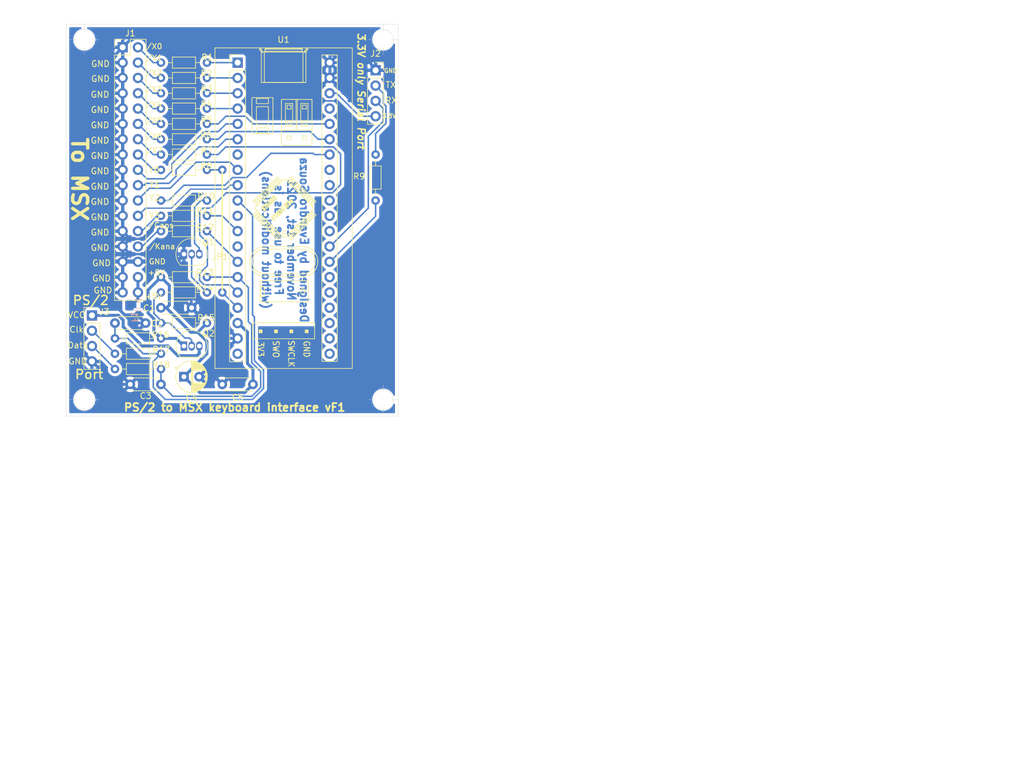
<source format=kicad_pcb>
(kicad_pcb (version 20171130) (host pcbnew 5.99.0+really5.1.10+dfsg1-1+b1)
  (layers (0 F.Cu jumper hide) (31 B.Cu mixed) (34 B.Paste user) (35 F.Paste user hide) (36 B.SilkS user) (37 F.SilkS user) (38 B.Mask user) (39 F.Mask user hide) (44 Edge.Cuts user))
  (net 0 "")
  (net 1 GNDD)
  (net 2 +5VD)
  (net 3 /X0)
  (net 4 /X1)
  (net 5 /X2)
  (net 6 /X3)
  (net 7 /X4)
  (net 8 /X5)
  (net 9 /X6)
  (net 10 /X7)
  (net 11 /PS2DataPin)
  (net 12 /PS2ClkPin)
  (net 13 /+5V_PS2_Keyboard)
  (net 14 /3.3V_Serial_RX)
  (net 15 /3.3V_Serial_TX)
  (net 16 "Net-(Q1-Pad2)")
  (net 17 "Net-(Q2-Pad2)")
  (net 18 "Net-(U1-Pad20)")
  (net 19 "Net-(U1-Pad37)")
  (net 20 "Net-(U1-Pad13)")
  (net 21 "Net-(U1-Pad32)")
  (net 22 "Net-(U1-Pad31)")
  (net 23 "Net-(U1-Pad30)")
  (net 24 "Net-(U1-Pad29)")
  (net 25 "Net-(U1-Pad26)")
  (net 26 "Net-(U1-Pad25)")
  (net 27 "Net-(U1-Pad24)")
  (net 28 "Net-(U1-Pad23)")
  (net 29 "Net-(U1-Pad22)")
  (net 30 "Net-(U1-Pad21)")
  (net 31 /Y1)
  (net 32 /Y0)
  (net 33 /CapsLed)
  (net 34 /KanaLed)
  (net 35 /Y3)
  (net 36 /Y2)
  (net 37 /PS2Clk)
  (net 38 /PS2Data)
  (net 39 /KanaL)
  (net 40 /CapsL)
  (net 41 "Net-(U1-Pad11)")
  (net 42 /X6')
  (net 43 /X7')
  (net 44 "Net-(R9-Pad2)")
  (net 45 "Net-(R10-Pad2)")
  (net 46 "Net-(JP1-Pad1)")
  (net 47 /X0')
  (net 48 /X1')
  (net 49 /X2')
  (net 50 /X3')
  (net 51 /X4')
  (net 52 /X5')
  (net 53 "Net-(Q1-Pad3)")
  (net 54 +3V3)
  (net 55 "Net-(F1-Pad2)")
  (net 56 "Net-(U1-Pad7)")
  (net 57 "Net-(U1-Pad33)")
  (module Capacitor_THT:CP_Radial_D5.0mm_P2.50mm (layer F.Cu) (at 143.51 130.81)
    (fp_text reference C4 (at 1.27508 3.48742) (layer F.SilkS))
    (fp_text value "47uF x 10V")
    (pad 2 thru_hole circle (at 2.5 0) (size 1.6 1.6) (drill 0.8) (layers *.Cu *.Mask) (net 1 GNDD))
    (pad 1 thru_hole rect (at 0 0) (size 1.6 1.6) (drill 0.8) (layers *.Cu *.Mask) (net 2 +5VD))
  )
  (module BlueBlackPill:Fuse_1206_0603_3216Metric_Pad1.42x1.75mm_HandSolder (layer B.Cu) (at 135.97382 118.96598 180)
    (fp_text reference F1 (at 0.65786 -1.91516 270 unlocked) (layer B.SilkS) (effects (justify mirror)))
    (fp_text value "Poly Fuse 300mA SMD 0603 or 1206")
    (pad 2 smd rect (at 0.57404 -0.00254 180) (size 0.45 0.95) (layers B.Cu B.Paste B.Mask) (net 55 "Net-(F1-Pad2)"))
    (pad 1 smd rect (at -0.5715 -0.00254 180) (size 0.45 0.95) (layers B.Cu B.Paste B.Mask) (net 2 +5VD))
    (pad 2 smd roundrect (at 1.4875 0 180) (size 1.425 1.75) (layers B.Cu B.Paste B.Mask) (roundrect_rratio 0.1754385964912281) (net 55 "Net-(F1-Pad2)"))
    (pad 1 smd roundrect (at -1.4875 0 180) (size 1.425 1.75) (layers B.Cu B.Paste B.Mask) (roundrect_rratio 0.1754385964912281) (net 2 +5VD))
  )
  (module Resistor_THT:R_Axial_DIN0204_L3.6mm_D1.6mm_P7.62mm_Horizontal (layer F.Cu) (at 147.32 121.92 180)
    (fp_text reference R15 (at 0.14224 0.88646) (layer F.SilkS))
    (fp_text value 150K)
    (pad 2 thru_hole oval (at 7.62 0 180) (size 1.4 1.4) (drill 0.7) (layers *.Cu *.Mask) (net 17 "Net-(Q2-Pad2)"))
    (pad 1 thru_hole circle (at 0 0 180) (size 1.4 1.4) (drill 0.7) (layers *.Cu *.Mask) (net 2 +5VD))
  )
  (module Resistor_THT:R_Axial_DIN0204_L3.6mm_D1.6mm_P7.62mm_Horizontal (layer F.Cu) (at 139.7 116.84)
    (fp_text reference R14 (at 7.2771 -0.71628) (layer F.SilkS))
    (fp_text value 33K)
    (pad 2 thru_hole oval (at 7.62 0) (size 1.4 1.4) (drill 0.7) (layers *.Cu *.Mask) (net 16 "Net-(Q1-Pad2)"))
    (pad 1 thru_hole circle (at 0 0) (size 1.4 1.4) (drill 0.7) (layers *.Cu *.Mask) (net 17 "Net-(Q2-Pad2)"))
  )
  (module Connector_PinHeader_2.54mm:PinHeader_2x17_P2.54mm_Vertical (layer F.Cu) (at 133.35 76.2)
    (fp_text reference J1 (at 1.27 -2.33) (layer F.SilkS))
    (fp_text value Conn_02x17_Odd_Even)
    (pad 34 thru_hole oval (at 2.54 40.64) (size 1.7 1.7) (drill 1) (layers *.Cu *.Mask) (net 55 "Net-(F1-Pad2)"))
    (pad 33 thru_hole oval (at 0 40.64) (size 1.7 1.7) (drill 1) (layers *.Cu *.Mask) (net 1 GNDD))
    (pad 32 thru_hole oval (at 2.54 38.1) (size 1.7 1.7) (drill 1) (layers *.Cu *.Mask) (net 55 "Net-(F1-Pad2)"))
    (pad 31 thru_hole oval (at 0 38.1) (size 1.7 1.7) (drill 1) (layers *.Cu *.Mask) (net 1 GNDD))
    (pad 30 thru_hole oval (at 2.54 35.56) (size 1.7 1.7) (drill 1) (layers *.Cu *.Mask) (net 1 GNDD))
    (pad 29 thru_hole oval (at 0 35.56) (size 1.7 1.7) (drill 1) (layers *.Cu *.Mask) (net 1 GNDD))
    (pad 28 thru_hole oval (at 2.54 33.02) (size 1.7 1.7) (drill 1) (layers *.Cu *.Mask) (net 34 /KanaLed))
    (pad 27 thru_hole oval (at 0 33.02) (size 1.7 1.7) (drill 1) (layers *.Cu *.Mask) (net 1 GNDD))
    (pad 26 thru_hole oval (at 2.54 30.48) (size 1.7 1.7) (drill 1) (layers *.Cu *.Mask) (net 33 /CapsLed))
    (pad 25 thru_hole oval (at 0 30.48) (size 1.7 1.7) (drill 1) (layers *.Cu *.Mask) (net 1 GNDD))
    (pad 24 thru_hole oval (at 2.54 27.94) (size 1.7 1.7) (drill 1) (layers *.Cu *.Mask) (net 35 /Y3))
    (pad 23 thru_hole oval (at 0 27.94) (size 1.7 1.7) (drill 1) (layers *.Cu *.Mask) (net 1 GNDD))
    (pad 22 thru_hole oval (at 2.54 25.4) (size 1.7 1.7) (drill 1) (layers *.Cu *.Mask) (net 36 /Y2))
    (pad 21 thru_hole oval (at 0 25.4) (size 1.7 1.7) (drill 1) (layers *.Cu *.Mask) (net 1 GNDD))
    (pad 20 thru_hole oval (at 2.54 22.86) (size 1.7 1.7) (drill 1) (layers *.Cu *.Mask) (net 31 /Y1))
    (pad 19 thru_hole oval (at 0 22.86) (size 1.7 1.7) (drill 1) (layers *.Cu *.Mask) (net 1 GNDD))
    (pad 18 thru_hole oval (at 2.54 20.32) (size 1.7 1.7) (drill 1) (layers *.Cu *.Mask) (net 32 /Y0))
    (pad 17 thru_hole oval (at 0 20.32) (size 1.7 1.7) (drill 1) (layers *.Cu *.Mask) (net 1 GNDD))
    (pad 16 thru_hole oval (at 2.54 17.78) (size 1.7 1.7) (drill 1) (layers *.Cu *.Mask) (net 10 /X7))
    (pad 15 thru_hole oval (at 0 17.78) (size 1.7 1.7) (drill 1) (layers *.Cu *.Mask) (net 1 GNDD))
    (pad 14 thru_hole oval (at 2.54 15.24) (size 1.7 1.7) (drill 1) (layers *.Cu *.Mask) (net 9 /X6))
    (pad 13 thru_hole oval (at 0 15.24) (size 1.7 1.7) (drill 1) (layers *.Cu *.Mask) (net 1 GNDD))
    (pad 12 thru_hole oval (at 2.54 12.7) (size 1.7 1.7) (drill 1) (layers *.Cu *.Mask) (net 8 /X5))
    (pad 11 thru_hole oval (at 0 12.7) (size 1.7 1.7) (drill 1) (layers *.Cu *.Mask) (net 1 GNDD))
    (pad 10 thru_hole oval (at 2.54 10.16) (size 1.7 1.7) (drill 1) (layers *.Cu *.Mask) (net 7 /X4))
    (pad 9 thru_hole oval (at 0 10.16) (size 1.7 1.7) (drill 1) (layers *.Cu *.Mask) (net 1 GNDD))
    (pad 8 thru_hole oval (at 2.54 7.62) (size 1.7 1.7) (drill 1) (layers *.Cu *.Mask) (net 6 /X3))
    (pad 7 thru_hole oval (at 0 7.62) (size 1.7 1.7) (drill 1) (layers *.Cu *.Mask) (net 1 GNDD))
    (pad 6 thru_hole oval (at 2.54 5.08) (size 1.7 1.7) (drill 1) (layers *.Cu *.Mask) (net 5 /X2))
    (pad 5 thru_hole oval (at 0 5.08) (size 1.7 1.7) (drill 1) (layers *.Cu *.Mask) (net 1 GNDD))
    (pad 4 thru_hole oval (at 2.54 2.54) (size 1.7 1.7) (drill 1) (layers *.Cu *.Mask) (net 4 /X1))
    (pad 3 thru_hole oval (at 0 2.54) (size 1.7 1.7) (drill 1) (layers *.Cu *.Mask) (net 1 GNDD))
    (pad 2 thru_hole oval (at 2.54 0) (size 1.7 1.7) (drill 1) (layers *.Cu *.Mask) (net 3 /X0))
    (pad 1 thru_hole rect (at 0 0) (size 1.7 1.7) (drill 1) (layers *.Cu *.Mask) (net 1 GNDD))
  )
  (module BlueBlackPill:BluePill_1 (layer F.Cu) (at 152.4 78.74)
    (fp_text reference U1 (at 7.62 -3.81) (layer F.SilkS))
    (fp_text value "STM32F103C6T6 BluePill" hide)
    (fp_text user GND (at 11.43 47.498 270 unlocked) (layer F.SilkS) (effects (font (size 1 0.9))))
    (fp_text user SWCLK (at 8.89 48.26 270 unlocked) (layer F.SilkS) (effects (font (size 1 0.9))))
    (fp_text user SWO (at 6.35 47.498 270 unlocked) (layer F.SilkS) (effects (font (size 1 0.9))))
    (fp_text user 3V3 (at 3.81 47.498 270 unlocked) (layer F.SilkS) (effects (font (size 1 0.9))))
    (pad 20 thru_hole circle (at 0 48.26) (size 1.7 1.7) (drill 1) (layers *.Cu *.Mask) (net 18 "Net-(U1-Pad20)"))
    (pad 21 thru_hole circle (at 15.24 48.26) (size 1.7 1.7) (drill 1) (layers *.Cu *.Mask) (net 30 "Net-(U1-Pad21)"))
    (pad 19 thru_hole circle (at 0 45.72) (size 1.7 1.7) (drill 1) (layers *.Cu *.Mask) (net 1 GNDD))
    (pad 22 thru_hole circle (at 15.24 45.72) (size 1.7 1.7) (drill 1) (layers *.Cu *.Mask) (net 29 "Net-(U1-Pad22)"))
    (pad 18 thru_hole circle (at 0 43.18) (size 1.7 1.7) (drill 1) (layers *.Cu *.Mask) (net 2 +5VD))
    (pad 23 thru_hole circle (at 15.24 43.18) (size 1.7 1.7) (drill 1) (layers *.Cu *.Mask) (net 28 "Net-(U1-Pad23)"))
    (pad 17 thru_hole circle (at 0 40.64) (size 1.7 1.7) (drill 1) (layers *.Cu *.Mask) (net 43 /X7'))
    (pad 24 thru_hole circle (at 15.24 40.64) (size 1.7 1.7) (drill 1) (layers *.Cu *.Mask) (net 27 "Net-(U1-Pad24)"))
    (pad 16 thru_hole circle (at 0 38.1) (size 1.7 1.7) (drill 1) (layers *.Cu *.Mask) (net 42 /X6'))
    (pad 25 thru_hole circle (at 15.24 38.1) (size 1.7 1.7) (drill 1) (layers *.Cu *.Mask) (net 26 "Net-(U1-Pad25)"))
    (pad 15 thru_hole circle (at 0 35.56) (size 1.7 1.7) (drill 1) (layers *.Cu *.Mask) (net 38 /PS2Data))
    (pad 26 thru_hole circle (at 15.24 35.56) (size 1.7 1.7) (drill 1) (layers *.Cu *.Mask) (net 25 "Net-(U1-Pad26)"))
    (pad 14 thru_hole circle (at 0 33.02) (size 1.7 1.7) (drill 1) (layers *.Cu *.Mask) (net 39 /KanaL))
    (pad 27 thru_hole circle (at 15.24 33.02) (size 1.7 1.7) (drill 1) (layers *.Cu *.Mask) (net 44 "Net-(R9-Pad2)"))
    (pad 13 thru_hole circle (at 0 30.48) (size 1.7 1.7) (drill 1) (layers *.Cu *.Mask) (net 20 "Net-(U1-Pad13)"))
    (pad 28 thru_hole circle (at 15.24 30.48) (size 1.7 1.7) (drill 1) (layers *.Cu *.Mask) (net 14 /3.3V_Serial_RX))
    (pad 12 thru_hole circle (at 0 27.94) (size 1.7 1.7) (drill 1) (layers *.Cu *.Mask) (net 40 /CapsL))
    (pad 29 thru_hole circle (at 15.24 27.94) (size 1.7 1.7) (drill 1) (layers *.Cu *.Mask) (net 24 "Net-(U1-Pad29)"))
    (pad 11 thru_hole circle (at 0 25.4) (size 1.7 1.7) (drill 1) (layers *.Cu *.Mask) (net 41 "Net-(U1-Pad11)"))
    (pad 30 thru_hole circle (at 15.24 25.4) (size 1.7 1.7) (drill 1) (layers *.Cu *.Mask) (net 23 "Net-(U1-Pad30)"))
    (pad 10 thru_hole circle (at 0 22.86) (size 1.7 1.7) (drill 1) (layers *.Cu *.Mask) (net 37 /PS2Clk))
    (pad 31 thru_hole circle (at 15.24 22.86) (size 1.7 1.7) (drill 1) (layers *.Cu *.Mask) (net 22 "Net-(U1-Pad31)"))
    (pad 9 thru_hole circle (at 0 20.32) (size 1.7 1.7) (drill 1) (layers *.Cu *.Mask) (net 35 /Y3))
    (pad 32 thru_hole circle (at 15.24 20.32) (size 1.7 1.7) (drill 1) (layers *.Cu *.Mask) (net 21 "Net-(U1-Pad32)"))
    (pad 8 thru_hole circle (at 0 17.78) (size 1.7 1.7) (drill 1) (layers *.Cu *.Mask) (net 36 /Y2))
    (pad 33 thru_hole circle (at 15.24 17.78) (size 1.7 1.7) (drill 1) (layers *.Cu *.Mask) (net 57 "Net-(U1-Pad33)"))
    (pad 7 thru_hole circle (at 0 15.24) (size 1.7 1.7) (drill 1) (layers *.Cu *.Mask) (net 56 "Net-(U1-Pad7)"))
    (pad 34 thru_hole circle (at 15.24 15.24) (size 1.7 1.7) (drill 1) (layers *.Cu *.Mask) (net 45 "Net-(R10-Pad2)"))
    (pad 6 thru_hole circle (at 0 12.7) (size 1.7 1.7) (drill 1) (layers *.Cu *.Mask) (net 31 /Y1))
    (pad 35 thru_hole circle (at 15.24 12.7) (size 1.7 1.7) (drill 1) (layers *.Cu *.Mask) (net 52 /X5'))
    (pad 5 thru_hole circle (at 0 10.16) (size 1.7 1.7) (drill 1) (layers *.Cu *.Mask) (net 32 /Y0))
    (pad 36 thru_hole circle (at 15.24 10.16) (size 1.7 1.7) (drill 1) (layers *.Cu *.Mask) (net 51 /X4'))
    (pad 4 thru_hole circle (at 0 7.62) (size 1.7 1.7) (drill 1) (layers *.Cu *.Mask) (net 50 /X3'))
    (pad 37 thru_hole circle (at 15.24 7.62) (size 1.7 1.7) (drill 1) (layers *.Cu *.Mask) (net 19 "Net-(U1-Pad37)"))
    (pad 3 thru_hole circle (at 0 5.08) (size 1.7 1.7) (drill 1) (layers *.Cu *.Mask) (net 49 /X2'))
    (pad 38 thru_hole circle (at 15.24 5.08) (size 1.7 1.7) (drill 1) (layers *.Cu *.Mask) (net 54 +3V3))
    (pad 2 thru_hole circle (at 0 2.54) (size 1.7 1.7) (drill 1) (layers *.Cu *.Mask) (net 48 /X1'))
    (pad 39 thru_hole circle (at 15.24 2.54) (size 1.7 1.7) (drill 1) (layers *.Cu *.Mask) (net 1 GNDD))
    (pad 1 thru_hole rect (at 0 0) (size 1.7 1.7) (drill 1) (layers *.Cu *.Mask) (net 47 /X0'))
    (pad 40 thru_hole circle (at 15.24 0) (size 1.7 1.7) (drill 1) (layers *.Cu *.Mask) (net 1 GNDD))
  )
  (module Package_TO_SOT_THT:TO-92_Inline (layer F.Cu) (at 143.51 125.73)
    (fp_text reference Q2 (at 4.0767 -2.10312) (layer F.SilkS))
    (fp_text value 2N2907)
    (pad 1 thru_hole rect (at 0 0) (size 1.05 1.5) (drill 0.75) (layers *.Cu *.Mask) (net 2 +5VD))
    (pad 3 thru_hole oval (at 2.54 0) (size 1.05 1.5) (drill 0.75) (layers *.Cu *.Mask) (net 13 /+5V_PS2_Keyboard))
    (pad 2 thru_hole oval (at 1.27 0) (size 1.05 1.5) (drill 0.75) (layers *.Cu *.Mask) (net 17 "Net-(Q2-Pad2)"))
  )
  (module Package_TO_SOT_THT:TO-92_Inline (layer F.Cu) (at 143.51 110.49)
    (fp_text reference Q1 (at 4.0767 -2.01168) (layer F.SilkS))
    (fp_text value 2SC1815)
    (pad 1 thru_hole rect (at 0 0) (size 1.05 1.5) (drill 0.75) (layers *.Cu *.Mask) (net 1 GNDD))
    (pad 3 thru_hole oval (at 2.54 0) (size 1.05 1.5) (drill 0.75) (layers *.Cu *.Mask) (net 53 "Net-(Q1-Pad3)"))
    (pad 2 thru_hole oval (at 1.27 0) (size 1.05 1.5) (drill 0.75) (layers *.Cu *.Mask) (net 16 "Net-(Q1-Pad2)"))
  )
  (module Kicad:SolderWire-0.25sqmm_1x01_D0.65mm_OD1.7mm_Relief.kicad_SM2000 (layer F.Cu) (at 149.86 96.52)
    (fp_text reference JP1 (at -0.38354 14.4018) (layer F.SilkS))
    (fp_text value .01 hide)
    (pad 1 thru_hole circle (at 0 0) (size 1.4 1.4) (drill 0.7) (layers *.Cu *.Mask) (net 46 "Net-(JP1-Pad1)"))
    (pad 2 thru_hole circle (at 0 20.32) (size 1.4 1.4) (drill 0.7) (layers *.Cu *.Mask) (net 43 /X7'))
  )
  (module Connector_PinSocket_2.54mm:PinSocket_1x04_P2.54mm_Vertical (layer F.Cu) (at 175.26 80.01)
    (fp_text reference J2 (at 0 -2.77) (layer F.SilkS))
    (fp_text value Conn_01x04)
    (pad 4 thru_hole oval (at 0 7.62) (size 1.7 1.7) (drill 1) (layers *.Cu *.Mask) (net 54 +3V3))
    (pad 3 thru_hole oval (at 0 5.08) (size 1.7 1.7) (drill 1) (layers *.Cu *.Mask) (net 14 /3.3V_Serial_RX))
    (pad 2 thru_hole oval (at 0 2.54) (size 1.7 1.7) (drill 1) (layers *.Cu *.Mask) (net 15 /3.3V_Serial_TX))
    (pad 1 thru_hole rect (at 0 0) (size 1.7 1.7) (drill 1) (layers *.Cu *.Mask) (net 1 GNDD))
  )
  (module Capacitor_THT:C_Disc_D4.3mm_W1.9mm_P5.00mm (layer F.Cu) (at 139.7 119.38)
    (fp_text reference C1 (at -1.95834 0.0635) (layer F.SilkS))
    (fp_text value 100nF)
    (pad 2 thru_hole circle (at 5.08 0) (size 1.6 1.6) (drill 0.8) (layers *.Cu *.Mask) (net 1 GNDD))
    (pad 1 thru_hole circle (at 0 0) (size 1.6 1.6) (drill 0.8) (layers *.Cu *.Mask) (net 2 +5VD))
  )
  (module Capacitor_THT:C_Disc_D4.3mm_W1.9mm_P5.00mm (layer F.Cu) (at 154.94 132.08 180)
    (fp_text reference C5 (at 2.5 -2.2) (layer F.SilkS))
    (fp_text value 100nF)
    (pad 2 thru_hole circle (at 5.08 0 180) (size 1.6 1.6) (drill 0.8) (layers *.Cu *.Mask) (net 1 GNDD))
    (pad 1 thru_hole circle (at 0 0 180) (size 1.6 1.6) (drill 0.8) (layers *.Cu *.Mask) (net 2 +5VD))
  )
  (module Capacitor_THT:C_Disc_D4.3mm_W1.9mm_P5.00mm (layer F.Cu) (at 139.7 132.08 180)
    (fp_text reference C3 (at 2.54 -1.905) (layer F.SilkS))
    (fp_text value 220pF)
    (pad 2 thru_hole circle (at 5.08 0 180) (size 1.6 1.6) (drill 0.8) (layers *.Cu *.Mask) (net 1 GNDD))
    (pad 1 thru_hole circle (at 0 0 180) (size 1.6 1.6) (drill 0.8) (layers *.Cu *.Mask) (net 38 /PS2Data))
  )
  (module Capacitor_THT:C_Disc_D4.3mm_W1.9mm_P5.00mm (layer F.Cu) (at 132.08 121.92)
    (fp_text reference C2 (at 6.93928 0.06096) (layer F.SilkS))
    (fp_text value 220pF)
    (pad 2 thru_hole circle (at 5.08 0) (size 1.6 1.6) (drill 0.8) (layers *.Cu *.Mask) (net 1 GNDD))
    (pad 1 thru_hole circle (at 0 0) (size 1.6 1.6) (drill 0.8) (layers *.Cu *.Mask) (net 37 /PS2Clk))
  )
  (module Resistor_THT:R_Axial_DIN0204_L3.6mm_D1.6mm_P7.62mm_Horizontal (layer F.Cu) (at 139.7 96.52)
    (fp_text reference R8 (at 7.53364 -0.63246) (layer F.SilkS))
    (fp_text value 22R)
    (pad 2 thru_hole oval (at 7.62 0) (size 1.4 1.4) (drill 0.7) (layers *.Cu *.Mask) (net 46 "Net-(JP1-Pad1)"))
    (pad 1 thru_hole circle (at 0 0) (size 1.4 1.4) (drill 0.7) (layers *.Cu *.Mask) (net 10 /X7))
  )
  (module Resistor_THT:R_Axial_DIN0204_L3.6mm_D1.6mm_P7.62mm_Horizontal (layer F.Cu) (at 139.7 93.98)
    (fp_text reference R7 (at 7.57174 -0.69342) (layer F.SilkS))
    (fp_text value 22R)
    (pad 2 thru_hole oval (at 7.62 0) (size 1.4 1.4) (drill 0.7) (layers *.Cu *.Mask) (net 42 /X6'))
    (pad 1 thru_hole circle (at 0 0) (size 1.4 1.4) (drill 0.7) (layers *.Cu *.Mask) (net 9 /X6))
  )
  (module Resistor_THT:R_Axial_DIN0204_L3.6mm_D1.6mm_P7.62mm_Horizontal (layer F.Cu) (at 139.7 91.44)
    (fp_text reference R6 (at 7.4803 -0.73914) (layer F.SilkS))
    (fp_text value 22R)
    (pad 2 thru_hole oval (at 7.62 0) (size 1.4 1.4) (drill 0.7) (layers *.Cu *.Mask) (net 52 /X5'))
    (pad 1 thru_hole circle (at 0 0) (size 1.4 1.4) (drill 0.7) (layers *.Cu *.Mask) (net 8 /X5))
  )
  (module Resistor_THT:R_Axial_DIN0204_L3.6mm_D1.6mm_P7.62mm_Horizontal (layer F.Cu) (at 139.7 88.9)
    (fp_text reference R5 (at 7.54888 -0.71628) (layer F.SilkS))
    (fp_text value 22R)
    (pad 2 thru_hole oval (at 7.62 0) (size 1.4 1.4) (drill 0.7) (layers *.Cu *.Mask) (net 51 /X4'))
    (pad 1 thru_hole circle (at 0 0) (size 1.4 1.4) (drill 0.7) (layers *.Cu *.Mask) (net 7 /X4))
  )
  (module Resistor_THT:R_Axial_DIN0204_L3.6mm_D1.6mm_P7.62mm_Horizontal (layer F.Cu) (at 139.7 86.36)
    (fp_text reference R4 (at 7.54634 -0.72644) (layer F.SilkS))
    (fp_text value 22R)
    (pad 2 thru_hole oval (at 7.62 0) (size 1.4 1.4) (drill 0.7) (layers *.Cu *.Mask) (net 50 /X3'))
    (pad 1 thru_hole circle (at 0 0) (size 1.4 1.4) (drill 0.7) (layers *.Cu *.Mask) (net 6 /X3))
  )
  (module Resistor_THT:R_Axial_DIN0204_L3.6mm_D1.6mm_P7.62mm_Horizontal (layer F.Cu) (at 139.7 83.82)
    (fp_text reference R3 (at 7.58444 -0.69596) (layer F.SilkS))
    (fp_text value 22R)
    (pad 2 thru_hole oval (at 7.62 0) (size 1.4 1.4) (drill 0.7) (layers *.Cu *.Mask) (net 49 /X2'))
    (pad 1 thru_hole circle (at 0 0) (size 1.4 1.4) (drill 0.7) (layers *.Cu *.Mask) (net 5 /X2))
  )
  (module Resistor_THT:R_Axial_DIN0204_L3.6mm_D1.6mm_P7.62mm_Horizontal (layer F.Cu) (at 139.7 81.28)
    (fp_text reference R2 (at 7.5565 -0.73152) (layer F.SilkS))
    (fp_text value 22R)
    (pad 2 thru_hole oval (at 7.62 0) (size 1.4 1.4) (drill 0.7) (layers *.Cu *.Mask) (net 48 /X1'))
    (pad 1 thru_hole circle (at 0 0) (size 1.4 1.4) (drill 0.7) (layers *.Cu *.Mask) (net 4 /X1))
  )
  (module Resistor_THT:R_Axial_DIN0204_L3.6mm_D1.6mm_P7.62mm_Horizontal (layer F.Cu) (at 139.7 78.74)
    (fp_text reference R1 (at 7.68858 -0.87884) (layer F.SilkS))
    (fp_text value 22R)
    (pad 2 thru_hole oval (at 7.62 0) (size 1.4 1.4) (drill 0.7) (layers *.Cu *.Mask) (net 47 /X0'))
    (pad 1 thru_hole circle (at 0 0) (size 1.4 1.4) (drill 0.7) (layers *.Cu *.Mask) (net 3 /X0))
  )
  (module Resistor_THT:R_Axial_DIN0204_L3.6mm_D1.6mm_P7.62mm_Horizontal (layer F.Cu) (at 139.7 114.3)
    (fp_text reference R13 (at 7.2771 -0.74676) (layer F.SilkS))
    (fp_text value 10K)
    (pad 2 thru_hole oval (at 7.62 0) (size 1.4 1.4) (drill 0.7) (layers *.Cu *.Mask) (net 38 /PS2Data))
    (pad 1 thru_hole circle (at 0 0) (size 1.4 1.4) (drill 0.7) (layers *.Cu *.Mask) (net 2 +5VD))
  )
  (module Resistor_THT:R_Axial_DIN0204_L3.6mm_D1.6mm_P7.62mm_Horizontal (layer F.Cu) (at 147.32 106.68 180)
    (fp_text reference R12 (at 0.3048 0.65786) (layer F.SilkS))
    (fp_text value 10K)
    (pad 2 thru_hole oval (at 7.62 0 180) (size 1.4 1.4) (drill 0.7) (layers *.Cu *.Mask) (net 34 /KanaLed))
    (pad 1 thru_hole circle (at 0 0 180) (size 1.4 1.4) (drill 0.7) (layers *.Cu *.Mask) (net 39 /KanaL))
  )
  (module Resistor_THT:R_Axial_DIN0204_L3.6mm_D1.6mm_P7.62mm_Horizontal (layer F.Cu) (at 175.26 93.98 270)
    (fp_text reference R9 (at 3.6195 2.7305) (layer F.SilkS))
    (fp_text value 22R)
    (pad 2 thru_hole oval (at 7.62 0 270) (size 1.4 1.4) (drill 0.7) (layers *.Cu *.Mask) (net 44 "Net-(R9-Pad2)"))
    (pad 1 thru_hole circle (at 0 0 270) (size 1.4 1.4) (drill 0.7) (layers *.Cu *.Mask) (net 15 /3.3V_Serial_TX))
  )
  (module Resistor_THT:R_Axial_DIN0204_L3.6mm_D1.6mm_P7.62mm_Horizontal (layer F.Cu) (at 147.32 104.14 180)
    (fp_text reference R11 (at 0.26416 0.80518) (layer F.SilkS))
    (fp_text value 10K)
    (pad 2 thru_hole oval (at 7.62 0 180) (size 1.4 1.4) (drill 0.7) (layers *.Cu *.Mask) (net 33 /CapsLed))
    (pad 1 thru_hole circle (at 0 0 180) (size 1.4 1.4) (drill 0.7) (layers *.Cu *.Mask) (net 40 /CapsL))
  )
  (module Resistor_THT:R_Axial_DIN0204_L3.6mm_D1.6mm_P7.62mm_Horizontal (layer F.Cu) (at 139.7 124.46 180)
    (fp_text reference R16 (at 0.05842 0.61468) (layer F.SilkS))
    (fp_text value 10K)
    (pad 2 thru_hole oval (at 7.62 0 180) (size 1.4 1.4) (drill 0.7) (layers *.Cu *.Mask) (net 37 /PS2Clk))
    (pad 1 thru_hole circle (at 0 0 180) (size 1.4 1.4) (drill 0.7) (layers *.Cu *.Mask) (net 2 +5VD))
  )
  (module Resistor_THT:R_Axial_DIN0204_L3.6mm_D1.6mm_P7.62mm_Horizontal (layer F.Cu) (at 147.32 101.6 180)
    (fp_text reference R10 (at 0.1524 0.7366) (layer F.SilkS))
    (fp_text value 33K)
    (pad 2 thru_hole oval (at 7.62 0 180) (size 1.4 1.4) (drill 0.7) (layers *.Cu *.Mask) (net 45 "Net-(R10-Pad2)"))
    (pad 1 thru_hole circle (at 0 0 180) (size 1.4 1.4) (drill 0.7) (layers *.Cu *.Mask) (net 53 "Net-(Q1-Pad3)"))
  )
  (module Resistor_THT:R_Axial_DIN0204_L3.6mm_D1.6mm_P7.62mm_Horizontal (layer F.Cu) (at 139.7 127 180)
    (fp_text reference R17 (at -0.05588 0.70612) (layer F.SilkS))
    (fp_text value 22R)
    (pad 2 thru_hole oval (at 7.62 0 180) (size 1.4 1.4) (drill 0.7) (layers *.Cu *.Mask) (net 12 /PS2ClkPin))
    (pad 1 thru_hole circle (at 0 0 180) (size 1.4 1.4) (drill 0.7) (layers *.Cu *.Mask) (net 37 /PS2Clk))
  )
  (module Resistor_THT:R_Axial_DIN0204_L3.6mm_D1.6mm_P7.62mm_Horizontal (layer F.Cu) (at 139.7 129.54 180)
    (fp_text reference R18 (at -0.03048 0.71882) (layer F.SilkS))
    (fp_text value 22R)
    (pad 2 thru_hole oval (at 7.62 0 180) (size 1.4 1.4) (drill 0.7) (layers *.Cu *.Mask) (net 11 /PS2DataPin))
    (pad 1 thru_hole circle (at 0 0 180) (size 1.4 1.4) (drill 0.7) (layers *.Cu *.Mask) (net 38 /PS2Data))
  )
  (module Connector_PinHeader_2.54mm:PinHeader_1x04_P2.54mm_Vertical (layer F.Cu) (at 128.27 120.65)
    (fp_text reference J3 (at 2.05486 -0.60198) (layer F.SilkS))
    (fp_text value Conn_01x04 hide)
    (pad 4 thru_hole oval (at 0 7.62) (size 1.7 1.7) (drill 1) (layers *.Cu *.Mask) (net 1 GNDD))
    (pad 3 thru_hole oval (at 0 5.08) (size 1.7 1.7) (drill 1) (layers *.Cu *.Mask) (net 11 /PS2DataPin))
    (pad 2 thru_hole oval (at 0 2.54) (size 1.7 1.7) (drill 1) (layers *.Cu *.Mask) (net 12 /PS2ClkPin))
    (pad 1 thru_hole rect (at 0 0) (size 1.7 1.7) (drill 1) (layers *.Cu *.Mask) (net 13 /+5V_PS2_Keyboard))
  )
  (module MountingHole:MountingHole_2.7mm_M2.5_DIN965 (layer F.Cu) (at 127 134.62)
    (fp_text reference REF** hide)
    (fp_text value MountingHole_2.7mm_M2.5_DIN965)
    (pad 1 np_thru_hole circle (at 0 0) (size 2.7 2.7) (drill 2.7) (layers *.Cu *.Mask))
  )
  (module MountingHole:MountingHole_2.7mm_M2.5_DIN965 (layer F.Cu) (at 176.53 134.62)
    (fp_text reference REF** hide)
    (fp_text value MountingHole_2.7mm_M2.5_DIN965)
    (pad 1 np_thru_hole circle (at 0 0) (size 2.7 2.7) (drill 2.7) (layers *.Cu *.Mask))
  )
  (module MountingHole:MountingHole_2.7mm_M2.5_DIN965 (layer F.Cu) (at 176.53 74.93)
    (fp_text reference REF** hide)
    (fp_text value MountingHole_2.7mm_M2.5_DIN965)
    (pad 1 np_thru_hole circle (at 0 0) (size 2.7 2.7) (drill 2.7) (layers *.Cu *.Mask))
  )
  (module MountingHole:MountingHole_2.7mm_M2.5_DIN965 (layer F.Cu) (at 127 74.93)
    (fp_text reference REF** hide)
    (fp_text value MountingHole_2.7mm_M2.5_DIN965)
    (pad 1 np_thru_hole circle (at 0 0) (size 2.7 2.7) (drill 2.7) (layers *.Cu *.Mask))
  )
  (gr_text Port (at 127.80264 130.42138) (layer F.SilkS) (effects (font (size 1.5 1.5) (thickness 0.25))))
  (gr_text +5V (at 138.4681 117.49532) (layer F.SilkS) (effects (font (size 0.9 0.9))))
  (gr_text Y0 (at 138.54176 96.5581) (layer F.SilkS) (effects (font (size 1 1))))
  (gr_text Y1 (at 138.6205 99.0092) (layer F.SilkS) (effects (font (size 1 1))))
  (gr_text Y2 (at 138.6586 101.14534) (layer F.SilkS) (effects (font (size 1 1))))
  (gr_text 3.3V (at 177.50282 87.58682) (layer F.SilkS) (effects (font (size 0.7 0.7))))
  (target plus (at 127 134.62) (size 5) (width 0.05) (layer Edge.Cuts))
  (target plus (at 127 74.93) (size 5) (width 0.05) (layer Edge.Cuts))
  (target plus (at 176.53 74.93) (size 5) (width 0.05) (layer Edge.Cuts))
  (gr_text +5V (at 138.93546 113.55832) (layer F.SilkS) (effects (font (size 0.9 0.9))))
  (target plus (at 176.53 134.62) (size 5) (width 0.05) (layer Edge.Cuts))
  (gr_line (start 179 137.365) (end 179 72.365) (layer Edge.Cuts) (width 0.05))
  (gr_line (start 124 137.365) (end 179 137.365) (layer Edge.Cuts) (width 0.05))
  (gr_line (start 123.99772 72.3646) (end 123.99772 137.3646) (layer Edge.Cuts) (width 0.05))
  (gr_line (start 179 72.365) (end 124 72.365) (layer Edge.Cuts) (width 0.05))
  (gr_text "PS/2 to MSX keyboard interface vF1" (at 151.90724 135.89762) (layer F.SilkS) (effects (font (size 1.3 1.3) (thickness 0.3))))
  (gr_text "Designed by Evandro Souza\nNovember 1st, 2021\nFree to use  as is\n(without modifications)" (at 160.28162 108.13034 -90) (layer B.Cu) (effects (font (size 1.3 1.3) (thickness 0.3)) (justify mirror)))
  (gr_text "3.3V only Serial Port" (at 172.8851 83.4898 -90) (layer F.SilkS) (effects (font (size 1.2 1.2) (thickness 0.25) italic)))
  (gr_text RX (at 177.84826 85.00618) (layer F.SilkS) (effects (font (size 1 1))))
  (gr_text TX (at 177.77206 82.42554) (layer F.SilkS) (effects (font (size 1 1))))
  (gr_text GND (at 177.75174 80.07604) (layer F.SilkS) (effects (font (size 0.7 0.7))))
  (gr_text PS/2 (at 128.07442 118.15318) (layer F.SilkS) (effects (font (size 1.5 1.5) (thickness 0.25))))
  (gr_text GND (at 125.90526 128.25476) (layer F.SilkS) (effects (font (size 1 1))))
  (gr_text Data (at 125.9586 125.59284) (layer F.SilkS) (effects (font (size 1 1))))
  (gr_text Clk (at 125.71222 122.98426) (layer F.SilkS) (effects (font (size 1 1))))
  (gr_text VCC (at 125.71222 120.56872) (layer F.SilkS) (effects (font (size 1 1))))
  (gr_text "To MSX" (at 126.19482 98.08972 -90) (layer F.SilkS) (effects (font (size 2.5 2.5) (thickness 0.55))))
  (gr_text GND (at 130.07848 116.48694) (layer F.SilkS) (effects (font (size 1 1))))
  (gr_text GND (at 129.86004 114.50828) (layer F.SilkS) (effects (font (size 1 1))))
  (gr_text GND (at 129.86004 111.96828) (layer F.SilkS) (effects (font (size 1 1))))
  (gr_text GND (at 129.60604 109.42828) (layer F.SilkS) (effects (font (size 1 1))))
  (gr_text GND (at 129.60604 106.88828) (layer F.SilkS) (effects (font (size 1 1))))
  (gr_text GND (at 129.60604 104.34828) (layer F.SilkS) (effects (font (size 1 1))))
  (gr_text GND (at 129.60604 101.80828) (layer F.SilkS) (effects (font (size 1 1))))
  (gr_text GND (at 129.60604 99.26828) (layer F.SilkS) (effects (font (size 1 1))))
  (gr_text GND (at 129.60604 96.72828) (layer F.SilkS) (effects (font (size 1 1))))
  (gr_text GND (at 129.60604 94.18828) (layer F.SilkS) (effects (font (size 1 1))))
  (gr_text GND (at 129.60604 91.64828) (layer F.SilkS) (effects (font (size 1 1))))
  (gr_text GND (at 129.60604 89.10828) (layer F.SilkS) (effects (font (size 1 1))))
  (gr_text GND (at 129.60604 86.56828) (layer F.SilkS) (effects (font (size 1 1))))
  (gr_text GND (at 129.60604 84.02828) (layer F.SilkS) (effects (font (size 1 1))))
  (gr_text GND (at 129.66954 81.42478) (layer F.SilkS) (effects (font (size 1 1))))
  (gr_text GND (at 129.66954 78.94828) (layer F.SilkS) (effects (font (size 1 1))))
  (gr_text Y3 (at 138.6205 104.15016) (layer F.SilkS) (effects (font (size 1 1))))
  (gr_text /Caps (at 137.53084 105.72242) (layer F.SilkS) (effects (font (size 0.9 0.9)) (justify left)))
  (gr_text /Kana (at 137.668 109.22254) (layer F.SilkS) (effects (font (size 0.9 0.9)) (justify left)))
  (gr_text /X7 (at 138.62304 93.29928) (layer F.SilkS) (effects (font (size 0.9 0.9))))
  (gr_text /X6 (at 138.59002 90.95994) (layer F.SilkS) (effects (font (size 0.9 0.9))))
  (gr_text /X5 (at 138.59002 88.32596) (layer F.SilkS) (effects (font (size 0.9 0.9))))
  (gr_text /X4 (at 138.52906 85.76056) (layer F.SilkS) (effects (font (size 0.9 0.9))))
  (gr_text /X3 (at 138.52906 83.15452) (layer F.SilkS) (effects (font (size 0.9 0.9))))
  (gr_text /X2 (at 138.52906 80.43672) (layer F.SilkS) (effects (font (size 0.9 0.9))))
  (gr_text /X1 (at 138.58494 77.95768) (layer F.SilkS) (effects (font (size 0.9 0.9))))
  (gr_text "/X0\n" (at 138.56462 76.05014) (layer F.SilkS) (effects (font (size 0.9 0.9))))
  (gr_text GND (at 139.08278 111.7219) (layer F.SilkS) (effects (font (size 0.9 0.9))))
  (segment (start 133.29158 111.74222) (end 134.56158 110.47222) (width 0.5) (layer B.Cu) (net 1))
  (segment (start 127.0635 119.38) (end 127.6985 118.745) (width 0.5) (layer B.Cu) (net 1))
  (segment (start 127.6985 88.9) (end 127.6985 83.82) (width 0.5) (layer B.Cu) (net 1))
  (segment (start 127.6985 99.06) (end 127.6985 88.9) (width 0.5) (layer B.Cu) (net 1))
  (segment (start 127.6985 104.14) (end 127.6985 99.06) (width 0.5) (layer B.Cu) (net 1))
  (segment (start 127.6985 109.22) (end 127.6985 104.14) (width 0.5) (layer B.Cu) (net 1))
  (segment (start 127.6985 118.745) (end 127.6985 114.3) (width 0.5) (layer B.Cu) (net 1))
  (segment (start 127.6985 114.3) (end 127.6985 109.22) (width 0.5) (layer B.Cu) (net 1))
  (segment (start 170.8785 83.82) (end 170.8785 85.09) (width 0.5) (layer B.Cu) (net 1))
  (segment (start 176.5935 125.73) (end 176.5935 104.14) (width 0.5) (layer B.Cu) (net 1))
  (segment (start 176.5935 104.14) (end 175.3235 105.41) (width 0.5) (layer B.Cu) (net 1))
  (segment (start 174.0535 106.68) (end 174.0535 128.27) (width 0.5) (layer B.Cu) (net 1))
  (segment (start 174.0535 128.27) (end 176.5935 125.73) (width 0.5) (layer B.Cu) (net 1))
  (segment (start 175.3235 105.41) (end 174.0535 106.68) (width 0.5) (layer B.Cu) (net 1))
  (segment (start 172.7835 107.95) (end 172.7835 129.54) (width 0.5) (layer B.Cu) (net 1))
  (segment (start 172.7835 129.54) (end 174.0535 128.27) (width 0.5) (layer B.Cu) (net 1))
  (segment (start 174.0535 106.68) (end 172.7835 107.95) (width 0.5) (layer B.Cu) (net 1))
  (segment (start 171.5135 130.81) (end 172.7835 129.54) (width 0.5) (layer B.Cu) (net 1))
  (segment (start 172.7835 107.95) (end 171.5135 109.22) (width 0.5) (layer B.Cu) (net 1))
  (segment (start 171.5135 109.22) (end 171.5135 128.905) (width 0.5) (layer B.Cu) (net 1))
  (segment (start 171.5135 130.175) (end 171.5135 130.81) (width 0.5) (layer B.Cu) (net 1))
  (segment (start 171.5135 128.905) (end 171.5135 130.175) (width 0.5) (layer B.Cu) (net 1))
  (segment (start 170.561 131.7625) (end 171.5135 130.81) (width 0.5) (layer B.Cu) (net 1))
  (segment (start 169.291 133.0325) (end 170.561 131.7625) (width 0.5) (layer B.Cu) (net 1))
  (segment (start 168.3385 133.985) (end 169.291 133.0325) (width 0.5) (layer B.Cu) (net 1))
  (segment (start 127.6985 114.3) (end 127.0635 114.3) (width 0.5) (layer B.Cu) (net 1))
  (segment (start 127.0635 119.38) (end 127.0635 114.3) (width 0.5) (layer B.Cu) (net 1))
  (segment (start 127.6985 109.22) (end 127.0635 109.22) (width 0.5) (layer B.Cu) (net 1))
  (segment (start 127.0635 114.3) (end 127.0635 109.22) (width 0.5) (layer B.Cu) (net 1))
  (segment (start 127.6985 104.14) (end 127.0635 104.14) (width 0.5) (layer B.Cu) (net 1))
  (segment (start 127.0635 109.22) (end 127.0635 104.14) (width 0.5) (layer B.Cu) (net 1))
  (segment (start 127.6985 99.06) (end 127.0635 99.06) (width 0.5) (layer B.Cu) (net 1))
  (segment (start 127.0635 104.14) (end 127.0635 99.06) (width 0.5) (layer B.Cu) (net 1))
  (segment (start 127.0635 99.06) (end 127.0635 93.98) (width 0.5) (layer B.Cu) (net 1))
  (segment (start 127.0635 93.98) (end 127.0635 88.9) (width 0.5) (layer B.Cu) (net 1))
  (segment (start 127.6985 88.9) (end 127.0635 88.9) (width 0.5) (layer B.Cu) (net 1))
  (segment (start 150.5585 129.032) (end 150.5585 128.397) (width 0.5) (layer B.Cu) (net 1))
  (segment (start 175.3235 105.41) (end 175.3235 126.746) (width 0.5) (layer B.Cu) (net 1))
  (segment (start 171.5135 109.22) (end 170.4975 110.236) (width 0.5) (layer B.Cu) (net 1))
  (segment (start 166.9415 135.382) (end 168.3385 133.985) (width 0.5) (layer B.Cu) (net 1))
  (segment (start 171.7675 80.01) (end 171.8945 80.137) (width 0.5) (layer B.Cu) (net 1))
  (segment (start 173.0121 77.47) (end 168.9735 77.47) (width 0.5) (layer B.Cu) (net 1))
  (segment (start 171.8945 80.137) (end 171.8945 76.3778) (width 0.5) (layer B.Cu) (net 1))
  (segment (start 171.7567 76.24) (end 171.7675 76.2508) (width 0.5) (layer B.Cu) (net 1))
  (segment (start 167.894 76.5175) (end 171.9872 76.5175) (width 0.5) (layer B.Cu) (net 1))
  (segment (start 171.8945 81.153) (end 171.8945 80.137) (width 0.5) (layer B.Cu) (net 1))
  (segment (start 134.60476 110.49254) (end 133.33476 109.22254) (width 0.5) (layer B.Cu) (net 1))
  (segment (start 167.7035 81.28) (end 167.7035 77.47) (width 0.5) (layer B.Cu) (net 1))
  (segment (start 168.9735 77.47) (end 167.7035 77.47) (width 0.5) (layer B.Cu) (net 1))
  (segment (start 166.8145 135.382) (end 158.1404 135.382) (width 0.5) (layer B.Cu) (net 1))
  (segment (start 159.2072 134.366) (end 167.8305 134.366) (width 0.5) (layer B.Cu) (net 1))
  (segment (start 160.3248 133.35) (end 168.9735 133.35) (width 0.5) (layer B.Cu) (net 1))
  (segment (start 160.274 133.2992) (end 160.3248 133.35) (width 0.5) (layer B.Cu) (net 1))
  (segment (start 161.3154 132.207) (end 170.1165 132.207) (width 0.5) (layer B.Cu) (net 1))
  (segment (start 161.29 132.2324) (end 161.3154 132.207) (width 0.5) (layer B.Cu) (net 1))
  (segment (start 162.3568 131.191) (end 171.0055 131.191) (width 0.5) (layer B.Cu) (net 1))
  (segment (start 163.322 130.2004) (end 163.3474 130.175) (width 0.5) (layer B.Cu) (net 1))
  (segment (start 170.8785 78.74) (end 170.8785 83.82) (width 0.5) (layer B.Cu) (net 1))
  (segment (start 169.799 81.28) (end 167.7035 81.28) (width 0.5) (layer B.Cu) (net 1))
  (segment (start 169.8625 81.2165) (end 169.799 81.28) (width 0.5) (layer B.Cu) (net 1))
  (segment (start 169.8625 80.01) (end 169.8625 81.2165) (width 0.5) (layer B.Cu) (net 1))
  (segment (start 163.972492 75.62499) (end 138.17249 75.62499) (width 0.5) (layer B.Cu) (net 1))
  (segment (start 151.8285 74.295) (end 151.892 74.295) (width 0.5) (layer B.Cu) (net 1))
  (segment (start 168.8935 77.47) (end 168.9735 77.47) (width 0.5) (layer B.Cu) (net 1))
  (segment (start 165.735 74.295) (end 165.735 74.3115) (width 0.5) (layer B.Cu) (net 1))
  (segment (start 165.735 74.3115) (end 168.8935 77.47) (width 0.5) (layer B.Cu) (net 1))
  (segment (start 163.9824 129.54) (end 171.5135 129.54) (width 0.5) (layer B.Cu) (net 1))
  (segment (start 164.0332 129.54) (end 163.9824 129.54) (width 0.5) (layer B.Cu) (net 1))
  (segment (start 157.1244 136.398) (end 156.3624 136.398) (width 0.5) (layer B.Cu) (net 1))
  (segment (start 163.9824 129.54) (end 157.1244 136.398) (width 0.5) (layer B.Cu) (net 1))
  (segment (start 170.2435 110.49) (end 170.2435 129.4892) (width 0.5) (layer B.Cu) (net 1))
  (segment (start 170.3705 110.363) (end 170.2435 110.49) (width 0.5) (layer B.Cu) (net 1))
  (segment (start 144.653 119.427) (end 144.653 119.888) (width 0.5) (layer B.Cu) (net 1))
  (segment (start 145.6652 120.3452) (end 144.7 119.38) (width 0.5) (layer B.Cu) (net 1))
  (segment (start 148.082 120.3452) (end 145.6652 120.3452) (width 0.5) (layer B.Cu) (net 1))
  (segment (start 150.5585 122.8217) (end 148.082 120.3452) (width 0.5) (layer B.Cu) (net 1))
  (segment (start 150.5585 127) (end 150.5585 122.8217) (width 0.5) (layer B.Cu) (net 1))
  (segment (start 135.28548 107.95) (end 136.55548 107.95) (width 0.4) (layer B.Cu) (net 1))
  (segment (start 134.60476 107.97794) (end 133.33476 106.70794) (width 0.5) (layer B.Cu) (net 1))
  (segment (start 133.33476 109.22254) (end 134.60476 107.95254) (width 0.5) (layer B.Cu) (net 1))
  (segment (start 141.01826 113.0681) (end 142.09776 114.1476) (width 0.5) (layer B.Cu) (net 1))
  (segment (start 144.7 117.827186) (end 144.7 119.38) (width 0.5) (layer B.Cu) (net 1))
  (segment (start 142.10284 114.15522) (end 142.10284 115.230026) (width 0.5) (layer B.Cu) (net 1))
  (segment (start 142.10284 115.230026) (end 144.7 117.827186) (width 0.5) (layer B.Cu) (net 1))
  (segment (start 169.7863 74.295) (end 169.8117 74.3204) (width 0.5) (layer B.Cu) (net 1))
  (segment (start 134.112 74.295) (end 169.7863 74.295) (width 0.5) (layer B.Cu) (net 1))
  (segment (start 175.26 79.7179) (end 175.26 80.01) (width 0.5) (layer B.Cu) (net 1))
  (segment (start 169.799 74.295) (end 169.8371 74.295) (width 0.5) (layer B.Cu) (net 1))
  (segment (start 169.8371 74.295) (end 175.26 79.7179) (width 0.5) (layer B.Cu) (net 1))
  (segment (start 167.7035 78.74) (end 173.99 78.74) (width 0.5) (layer B.Cu) (net 1))
  (segment (start 173.4185 86.11362) (end 173.4185 78.74) (width 0.5) (layer B.Cu) (net 1))
  (segment (start 173.42612 86.12124) (end 173.4185 86.11362) (width 0.5) (layer B.Cu) (net 1))
  (segment (start 169.8625 78.74) (end 169.8625 83.82) (width 0.5) (layer B.Cu) (net 1))
  (segment (start 133.9977 75.56754) (end 127.9779 81.58734) (width 0.5) (layer B.Cu) (net 1))
  (segment (start 134.01294 75.56754) (end 133.9977 75.56754) (width 0.5) (layer B.Cu) (net 1))
  (segment (start 127.6985 116.84) (end 127.6985 83.85556) (width 0.5) (layer B.Cu) (net 1))
  (segment (start 166.95928 85.08746) (end 168.6941 85.08746) (width 0.25) (layer B.Cu) (net 1))
  (segment (start 167.7035 81.28) (end 166.18712 82.79638) (width 0.25) (layer B.Cu) (net 1))
  (segment (start 168.6941 85.08746) (end 168.72712 85.05444) (width 0.25) (layer B.Cu) (net 1))
  (segment (start 166.18712 84.3153) (end 166.95928 85.08746) (width 0.25) (layer B.Cu) (net 1))
  (segment (start 166.18712 82.79638) (end 166.18712 84.3153) (width 0.25) (layer B.Cu) (net 1))
  (segment (start 150.55088 124.43968) (end 152.46858 124.43968) (width 0.5) (layer B.Cu) (net 1))
  (segment (start 136.70788 110.49254) (end 136.71042 110.49508) (width 0.4) (layer B.Cu) (net 1))
  (segment (start 135.23976 110.49254) (end 136.70788 110.49254) (width 0.4) (layer B.Cu) (net 1))
  (segment (start 127.87884 107.95254) (end 127.87122 107.96016) (width 0.7) (layer B.Cu) (net 1))
  (segment (start 135.23976 107.95254) (end 127.87884 107.95254) (width 0.7) (layer B.Cu) (net 1))
  (segment (start 127.84836 110.49254) (end 127.84328 110.48746) (width 0.7) (layer B.Cu) (net 1))
  (segment (start 135.23976 110.49254) (end 127.84836 110.49254) (width 0.7) (layer B.Cu) (net 1))
  (segment (start 133.3246 111.7854) (end 133.3246 116.9162) (width 0.5) (layer B.Cu) (net 1))
  (segment (start 133.35 111.76) (end 133.3246 111.7854) (width 0.5) (layer B.Cu) (net 1))
  (segment (start 133.35 114.3) (end 127.6985 114.3) (width 0.5) (layer B.Cu) (net 1))
  (segment (start 133.39826 101.55682) (end 127.74676 101.55682) (width 0.5) (layer B.Cu) (net 1))
  (segment (start 133.39826 96.45904) (end 127.74676 96.45904) (width 0.5) (layer B.Cu) (net 1))
  (segment (start 133.35 99.06) (end 127.6985 99.06) (width 0.5) (layer B.Cu) (net 1))
  (segment (start 133.35 93.98) (end 127.0635 93.98) (width 0.5) (layer B.Cu) (net 1))
  (segment (start 133.35 88.9) (end 127.6985 88.9) (width 0.5) (layer B.Cu) (net 1))
  (segment (start 133.35 83.82) (end 127.6985 83.82) (width 0.5) (layer B.Cu) (net 1))
  (segment (start 135.88746 111.71936) (end 137.99312 111.71936) (width 0.7) (layer B.Cu) (net 1))
  (segment (start 136.50468 107.94492) (end 136.722918 107.94492) (width 0.7) (layer B.Cu) (net 1))
  (segment (start 136.50214 107.94238) (end 136.50468 107.94492) (width 0.7) (layer B.Cu) (net 1))
  (segment (start 129.6035 116.84) (end 133.35 116.84) (width 0.5) (layer B.Cu) (net 1))
  (segment (start 127.6985 118.745) (end 129.6035 116.84) (width 0.5) (layer B.Cu) (net 1))
  (segment (start 127.9525 118.41988) (end 127.89662 118.47576) (width 0.5) (layer B.Cu) (net 1))
  (segment (start 127.9525 81.60258) (end 127.9525 118.41988) (width 0.5) (layer B.Cu) (net 1))
  (segment (start 127.95758 81.5975) (end 127.9525 81.60258) (width 0.5) (layer B.Cu) (net 1))
  (segment (start 133.31444 91.4781) (end 127.02794 91.4781) (width 0.5) (layer B.Cu) (net 1))
  (segment (start 133.31444 86.38794) (end 127.02794 86.38794) (width 0.5) (layer B.Cu) (net 1))
  (segment (start 133.26872 81.20634) (end 126.98222 81.20634) (width 0.5) (layer B.Cu) (net 1))
  (segment (start 133.31444 78.78064) (end 127.02794 78.78064) (width 0.5) (layer B.Cu) (net 1))
  (segment (start 127.6985 79.49692) (end 127.6985 83.82) (width 0.5) (layer B.Cu) (net 1))
  (segment (start 127.0635 78.86192) (end 127.6985 79.49692) (width 0.5) (layer B.Cu) (net 1))
  (segment (start 127.0635 88.9) (end 127.0635 78.86192) (width 0.5) (layer B.Cu) (net 1))
  (segment (start 171.1071 75.565) (end 171.1325 75.5904) (width 0.5) (layer B.Cu) (net 1))
  (segment (start 137.56386 75.565) (end 171.1071 75.565) (width 0.5) (layer B.Cu) (net 1))
  (segment (start 136.7155 74.71664) (end 137.56386 75.565) (width 0.5) (layer B.Cu) (net 1))
  (segment (start 134.8359 74.71664) (end 136.7155 74.71664) (width 0.5) (layer B.Cu) (net 1))
  (segment (start 133.985 75.56754) (end 134.8359 74.71664) (width 0.5) (layer B.Cu) (net 1))
  (segment (start 134.62 132.08) (end 138.43 135.89) (width 0.5) (layer B.Cu) (net 1))
  (segment (start 165.862 136.398) (end 166.878 135.382) (width 0.5) (layer B.Cu) (net 1))
  (segment (start 138.938 136.398) (end 165.862 136.398) (width 0.5) (layer B.Cu) (net 1))
  (segment (start 138.43 135.89) (end 138.938 136.398) (width 0.5) (layer B.Cu) (net 1))
  (segment (start 130.81 116.84) (end 130.81 78.74) (width 0.5) (layer B.Cu) (net 1))
  (segment (start 135.030843 121.92) (end 130.81 117.699157) (width 0.5) (layer B.Cu) (net 1))
  (segment (start 130.81 117.699157) (end 130.81 116.84) (width 0.5) (layer B.Cu) (net 1))
  (segment (start 137.16 121.92) (end 135.030843 121.92) (width 0.5) (layer B.Cu) (net 1))
  (segment (start 132.08 132.08) (end 134.62 132.08) (width 0.5) (layer B.Cu) (net 1))
  (segment (start 128.27 128.27) (end 132.08 132.08) (width 0.5) (layer B.Cu) (net 1))
  (segment (start 127.0635 119.36222) (end 127.0635 119.38) (width 0.5) (layer B.Cu) (net 1))
  (segment (start 125.73 120.98782) (end 126.89078 119.82704) (width 0.5) (layer B.Cu) (net 1))
  (segment (start 126.89078 119.1895) (end 127.0635 119.36222) (width 0.5) (layer B.Cu) (net 1))
  (segment (start 126.89078 119.82704) (end 126.89078 119.1895) (width 0.5) (layer B.Cu) (net 1))
  (segment (start 125.73 125.73) (end 125.73 120.98782) (width 0.5) (layer B.Cu) (net 1))
  (segment (start 128.3208 128.3208) (end 125.73 125.73) (width 0.5) (layer B.Cu) (net 1))
  (segment (start 149.86 132.08) (end 150.5585 131.3815) (width 0.5) (layer B.Cu) (net 1))
  (segment (start 145.9865 130.8335) (end 146.01 130.81) (width 0.5) (layer B.Cu) (net 1))
  (segment (start 148.59 130.81) (end 149.86 132.08) (width 0.5) (layer B.Cu) (net 1))
  (segment (start 146.01 130.81) (end 148.59 130.81) (width 0.5) (layer B.Cu) (net 1))
  (segment (start 150.5585 131.37896) (end 150.5585 126.92) (width 0.5) (layer B.Cu) (net 1))
  (segment (start 150.55596 131.3815) (end 150.5585 131.37896) (width 0.5) (layer B.Cu) (net 1))
  (segment (start 136.79424 107.94238) (end 138.14044 106.59618) (width 0.7) (layer B.Cu) (net 1))
  (segment (start 138.18108 106.52506) (end 138.18108 105.97642) (width 0.7) (layer B.Cu) (net 1))
  (segment (start 135.78078 111.71174) (end 127.77724 111.71174) (width 0.7) (layer B.Cu) (net 1))
  (segment (start 143.51 110.54334) (end 143.51 110.49) (width 0.7) (layer B.Cu) (net 1))
  (segment (start 140.9065 113.03) (end 141.02334 113.03) (width 0.7) (layer B.Cu) (net 1))
  (segment (start 141.02334 113.03) (end 143.51 110.54334) (width 0.7) (layer B.Cu) (net 1))
  (segment (start 138.74496 105.41) (end 138.77798 105.41) (width 0.7) (layer B.Cu) (net 1))
  (segment (start 138.1633 105.99166) (end 138.74496 105.41) (width 0.7) (layer B.Cu) (net 1))
  (segment (start 133.38556 104.10698) (end 127.73406 104.10698) (width 0.5) (layer B.Cu) (net 1))
  (segment (start 141.44244 105.41) (end 143.37538 107.34294) (width 0.7) (layer B.Cu) (net 1))
  (segment (start 138.7602 105.41) (end 141.44244 105.41) (width 0.7) (layer B.Cu) (net 1))
  (segment (start 139.61364 111.7346) (end 140.90396 113.02492) (width 0.7) (layer B.Cu) (net 1))
  (segment (start 138.11504 111.7219) (end 138.12774 111.7346) (width 0.7) (layer B.Cu) (net 1))
  (segment (start 138.12774 111.7346) (end 139.61364 111.7346) (width 0.7) (layer B.Cu) (net 1))
  (segment (start 138.37666 110.49254) (end 139.52728 111.64316) (width 0.7) (layer B.Cu) (net 1))
  (segment (start 136.5504 110.49) (end 136.55294 110.49254) (width 0.7) (layer B.Cu) (net 1))
  (segment (start 136.55294 110.49254) (end 138.37666 110.49254) (width 0.7) (layer B.Cu) (net 1))
  (segment (start 147.32 121.92) (end 147.28952 121.92) (width 0.5) (layer B.Cu) (net 2))
  (segment (start 142.22 124.46) (end 139.7 124.46) (width 0.5) (layer B.Cu) (net 2))
  (segment (start 143.51 125.75) (end 142.22 124.46) (width 0.5) (layer B.Cu) (net 2))
  (segment (start 137.56386 116.43614) (end 139.7 114.3) (width 0.5) (layer B.Cu) (net 2))
  (segment (start 138.5316 121.21896) (end 137.56386 120.25122) (width 0.5) (layer B.Cu) (net 2))
  (segment (start 138.5316 123.2916) (end 138.5316 121.21896) (width 0.5) (layer B.Cu) (net 2))
  (segment (start 137.56386 120.25122) (end 137.56386 116.43614) (width 0.5) (layer B.Cu) (net 2))
  (segment (start 139.7 124.46) (end 138.5316 123.2916) (width 0.5) (layer B.Cu) (net 2))
  (segment (start 143.51 130.81) (end 147.268879 127.051121) (width 0.5) (layer B.Cu) (net 2))
  (segment (start 146.17446 133.47446) (end 143.51 130.81) (width 0.5) (layer B.Cu) (net 2))
  (segment (start 154.94 132.08) (end 153.543 133.477) (width 0.5) (layer B.Cu) (net 2))
  (segment (start 154.94 129.54) (end 154.94 132.08) (width 0.5) (layer B.Cu) (net 2))
  (segment (start 154.03068 128.63068) (end 154.94 129.54) (width 0.5) (layer B.Cu) (net 2))
  (segment (start 152.52851 121.92) (end 154.03068 123.42217) (width 0.5) (layer B.Cu) (net 2))
  (segment (start 154.03068 123.42217) (end 154.03068 128.63068) (width 0.5) (layer B.Cu) (net 2))
  (segment (start 153.54808 133.477) (end 146.18208 133.477) (width 0.5) (layer B.Cu) (net 2))
  (segment (start 137.45878 118.96852) (end 137.46132 118.96598) (width 0.25) (layer B.Cu) (net 2))
  (segment (start 136.54532 118.96852) (end 137.45878 118.96852) (width 0.25) (layer B.Cu) (net 2))
  (segment (start 145.79092 123.43384) (end 145.7833 123.43384) (width 0.5) (layer B.Cu) (net 2))
  (segment (start 147.30476 127) (end 147.30476 124.94768) (width 0.5) (layer B.Cu) (net 2))
  (segment (start 147.30476 124.94768) (end 145.79092 123.43384) (width 0.5) (layer B.Cu) (net 2))
  (segment (start 144.64284 123.44908) (end 140.57376 119.38) (width 0.5) (layer B.Cu) (net 2))
  (segment (start 140.57376 119.38) (end 139.7 119.38) (width 0.5) (layer B.Cu) (net 2))
  (segment (start 145.83156 123.44908) (end 144.64284 123.44908) (width 0.5) (layer B.Cu) (net 2))
  (segment (start 147.32 121.92) (end 145.83156 123.40844) (width 0.5) (layer B.Cu) (net 2))
  (segment (start 145.83156 123.40844) (end 145.83156 123.44908) (width 0.5) (layer B.Cu) (net 2))
  (segment (start 141.09192 118.93296) (end 140.61186 119.41302) (width 0.5) (layer B.Cu) (net 2))
  (segment (start 139.7 114.3) (end 141.09192 115.69192) (width 0.5) (layer B.Cu) (net 2))
  (segment (start 141.09192 115.69192) (end 141.09192 118.93296) (width 0.5) (layer B.Cu) (net 2))
  (segment (start 138.43 78.74) (end 139.7 78.74) (width 0.25) (layer B.Cu) (net 3))
  (segment (start 135.89 76.2) (end 138.43 78.74) (width 0.25) (layer B.Cu) (net 3))
  (segment (start 138.43 81.28) (end 135.89 78.74) (width 0.25) (layer B.Cu) (net 4))
  (segment (start 139.7 81.28) (end 138.43 81.28) (width 0.25) (layer B.Cu) (net 4))
  (segment (start 138.43 83.82) (end 139.7 83.82) (width 0.25) (layer B.Cu) (net 5))
  (segment (start 135.89 81.28) (end 138.43 83.82) (width 0.25) (layer B.Cu) (net 5))
  (segment (start 138.43 86.36) (end 135.89 83.82) (width 0.25) (layer B.Cu) (net 6))
  (segment (start 139.7 86.36) (end 138.43 86.36) (width 0.25) (layer B.Cu) (net 6))
  (segment (start 138.43 88.9) (end 139.7 88.9) (width 0.25) (layer B.Cu) (net 7))
  (segment (start 135.89 86.36) (end 138.43 88.9) (width 0.25) (layer B.Cu) (net 7))
  (segment (start 138.43 91.44) (end 135.89 88.9) (width 0.25) (layer B.Cu) (net 8))
  (segment (start 139.7 91.44) (end 138.43 91.44) (width 0.25) (layer B.Cu) (net 8))
  (segment (start 138.43 93.98) (end 139.7 93.98) (width 0.25) (layer B.Cu) (net 9))
  (segment (start 135.89 91.44) (end 138.43 93.98) (width 0.25) (layer B.Cu) (net 9))
  (segment (start 138.43 96.52) (end 139.7 96.52) (width 0.25) (layer B.Cu) (net 10))
  (segment (start 135.89 93.98) (end 138.43 96.52) (width 0.25) (layer B.Cu) (net 10))
  (segment (start 128.3335 125.73) (end 128.27 125.73) (width 0.25) (layer B.Cu) (net 11))
  (segment (start 132.07746 129.47396) (end 128.3335 125.73) (width 0.25) (layer B.Cu) (net 11))
  (segment (start 132.08 126.9365) (end 132.08 127) (width 0.25) (layer B.Cu) (net 12))
  (segment (start 128.3335 123.19) (end 132.08 126.9365) (width 0.25) (layer B.Cu) (net 12))
  (segment (start 128.27 123.19) (end 128.3335 123.19) (width 0.25) (layer B.Cu) (net 12))
  (segment (start 146.05 126.95682) (end 146.05 125.73) (width 0.5) (layer B.Cu) (net 13))
  (segment (start 142.494 127.32766) (end 145.669 127.32766) (width 0.5) (layer B.Cu) (net 13))
  (segment (start 140.88364 125.7173) (end 142.494 127.32766) (width 0.5) (layer B.Cu) (net 13))
  (segment (start 136.62152 125.7173) (end 140.88364 125.7173) (width 0.5) (layer B.Cu) (net 13))
  (segment (start 145.669 127.32766) (end 146.05 126.94666) (width 0.5) (layer B.Cu) (net 13))
  (segment (start 133.44144 122.53722) (end 136.62152 125.7173) (width 0.5) (layer B.Cu) (net 13))
  (segment (start 133.44144 121.42978) (end 133.44144 122.53722) (width 0.5) (layer B.Cu) (net 13))
  (segment (start 132.6388 120.62714) (end 133.44144 121.42978) (width 0.5) (layer B.Cu) (net 13))
  (segment (start 130.94462 120.63476) (end 132.65404 120.63476) (width 0.5) (layer B.Cu) (net 13))
  (segment (start 130.92938 120.65) (end 130.94462 120.63476) (width 0.5) (layer B.Cu) (net 13))
  (segment (start 128.27 120.65) (end 130.92938 120.65) (width 0.5) (layer B.Cu) (net 13))
  (segment (start 174.0535 102.87) (end 167.7035 109.22) (width 0.25) (layer B.Cu) (net 14))
  (segment (start 174.0535 90.94724) (end 174.0535 102.87) (width 0.25) (layer B.Cu) (net 14))
  (segment (start 176.521949 88.478791) (end 174.0535 90.94724) (width 0.25) (layer B.Cu) (net 14))
  (segment (start 176.521949 86.351949) (end 176.521949 88.478791) (width 0.25) (layer B.Cu) (net 14))
  (segment (start 175.26 85.09) (end 176.521949 86.351949) (width 0.25) (layer B.Cu) (net 14))
  (segment (start 175.26254 93.97746) (end 175.26 93.98) (width 0.25) (layer B.Cu) (net 15))
  (segment (start 175.26254 90.52814) (end 175.26254 93.97746) (width 0.25) (layer B.Cu) (net 15))
  (segment (start 176.97196 88.81872) (end 175.26254 90.52814) (width 0.25) (layer B.Cu) (net 15))
  (segment (start 176.97196 85.93074) (end 176.97196 88.81872) (width 0.25) (layer B.Cu) (net 15))
  (segment (start 176.55794 85.51672) (end 176.97196 85.93074) (width 0.25) (layer B.Cu) (net 15))
  (segment (start 176.55794 83.84794) (end 176.55794 85.51672) (width 0.25) (layer B.Cu) (net 15))
  (segment (start 175.26 82.55) (end 176.55794 83.84794) (width 0.25) (layer B.Cu) (net 15))
  (segment (start 144.78 114.3) (end 144.78 110.49) (width 0.25) (layer B.Cu) (net 16))
  (segment (start 147.32 116.84) (end 144.78 114.3) (width 0.25) (layer B.Cu) (net 16))
  (segment (start 144.78 124.74956) (end 144.78 125.73) (width 0.25) (layer B.Cu) (net 17))
  (segment (start 144.43202 124.40158) (end 144.78 124.74956) (width 0.25) (layer B.Cu) (net 17))
  (segment (start 143.65478 124.40158) (end 144.43202 124.40158) (width 0.25) (layer B.Cu) (net 17))
  (segment (start 141.1732 121.92) (end 143.65478 124.40158) (width 0.25) (layer B.Cu) (net 17))
  (segment (start 139.7 121.92) (end 141.1732 121.92) (width 0.25) (layer B.Cu) (net 17))
  (segment (start 139.7 121.49074) (end 139.7 121.92) (width 0.25) (layer B.Cu) (net 17))
  (segment (start 138.54176 120.3325) (end 139.7 121.49074) (width 0.25) (layer B.Cu) (net 17))
  (segment (start 139.7 116.84) (end 138.54176 117.99824) (width 0.25) (layer B.Cu) (net 17))
  (segment (start 138.54176 117.99824) (end 138.54176 120.3325) (width 0.25) (layer B.Cu) (net 17))
  (segment (start 152.2095 127.381) (end 151.8085 126.98) (width 0.5) (layer B.Cu) (net 18))
  (segment (start 150.46198 91.44) (end 149.19706 92.70492) (width 0.25) (layer B.Cu) (net 31))
  (segment (start 152.4635 91.44) (end 150.46198 91.44) (width 0.25) (layer B.Cu) (net 31))
  (segment (start 146.00682 92.71) (end 149.19452 92.71) (width 0.25) (layer B.Cu) (net 31))
  (segment (start 142.19936 96.51746) (end 146.00682 92.71) (width 0.25) (layer B.Cu) (net 31))
  (segment (start 142.19936 97.57664) (end 142.19936 96.51746) (width 0.25) (layer B.Cu) (net 31))
  (segment (start 141.0208 98.7552) (end 142.19936 97.57664) (width 0.25) (layer B.Cu) (net 31))
  (segment (start 137.2108 98.7552) (end 141.0208 98.7552) (width 0.25) (layer B.Cu) (net 31))
  (segment (start 136.906 99.06) (end 137.2108 98.7552) (width 0.25) (layer B.Cu) (net 31))
  (segment (start 135.89 99.06) (end 136.906 99.06) (width 0.25) (layer B.Cu) (net 31))
  (segment (start 150.4696 88.9) (end 152.4635 88.9) (width 0.25) (layer B.Cu) (net 32))
  (segment (start 149.1996 90.17) (end 150.4696 88.9) (width 0.25) (layer B.Cu) (net 32))
  (segment (start 146.85518 90.17) (end 149.1996 90.17) (width 0.25) (layer B.Cu) (net 32))
  (segment (start 141.5288 95.49638) (end 146.85518 90.17) (width 0.25) (layer B.Cu) (net 32))
  (segment (start 141.5288 96.7232) (end 141.5288 95.49638) (width 0.25) (layer B.Cu) (net 32))
  (segment (start 140.25118 98.00082) (end 141.5288 96.7232) (width 0.25) (layer B.Cu) (net 32))
  (segment (start 152.4635 88.9) (end 151.6888 88.9) (width 0.25) (layer B.Cu) (net 32))
  (segment (start 137.37082 98.00082) (end 140.25118 98.00082) (width 0.25) (layer B.Cu) (net 32))
  (segment (start 135.89 96.52) (end 137.37082 98.00082) (width 0.25) (layer B.Cu) (net 32))
  (segment (start 135.89 106.68) (end 136.520351 106.68) (width 0.25) (layer B.Cu) (net 33))
  (segment (start 139.060351 104.14) (end 139.7 104.14) (width 0.25) (layer B.Cu) (net 33))
  (segment (start 136.520351 106.68) (end 139.060351 104.14) (width 0.25) (layer B.Cu) (net 33))
  (segment (start 139.12596 106.68) (end 139.7 106.68) (width 0.25) (layer B.Cu) (net 34))
  (segment (start 135.89 109.22) (end 136.58596 109.22) (width 0.25) (layer B.Cu) (net 34))
  (segment (start 136.58596 109.22) (end 139.12596 106.68) (width 0.25) (layer B.Cu) (net 34))
  (segment (start 135.89 104.14) (end 137.16 102.87) (width 0.25) (layer B.Cu) (net 35))
  (segment (start 141.44498 102.87) (end 137.16 102.87) (width 0.2) (layer B.Cu) (net 35))
  (segment (start 144.59712 99.71786) (end 141.44498 102.87) (width 0.2) (layer B.Cu) (net 35))
  (segment (start 150.516246 99.71786) (end 144.59712 99.71786) (width 0.2) (layer B.Cu) (net 35))
  (segment (start 152.4 99.06) (end 151.174106 99.06) (width 0.2) (layer B.Cu) (net 35))
  (segment (start 151.174106 99.06) (end 150.516246 99.71786) (width 0.2) (layer B.Cu) (net 35))
  (segment (start 141.224 99.568) (end 145.54708 95.24492) (width 0.25) (layer B.Cu) (net 36))
  (segment (start 137.795 99.568) (end 141.224 99.568) (width 0.25) (layer B.Cu) (net 36))
  (segment (start 135.89 101.473) (end 137.795 99.568) (width 0.25) (layer B.Cu) (net 36))
  (segment (start 135.89 101.6) (end 135.89 101.473) (width 0.25) (layer B.Cu) (net 36))
  (segment (start 152.4 96.52) (end 151.12238 95.24238) (width 0.25) (layer B.Cu) (net 36))
  (segment (start 151.13254 95.25) (end 151.13762 95.25508) (width 0.25) (layer B.Cu) (net 36))
  (segment (start 145.53438 95.24746) (end 145.53692 95.25) (width 0.25) (layer B.Cu) (net 36))
  (segment (start 145.53692 95.25) (end 151.13254 95.25) (width 0.25) (layer B.Cu) (net 36))
  (segment (start 136.76884 127) (end 137.30224 127) (width 0.25) (layer B.Cu) (net 37))
  (segment (start 134.22884 124.46) (end 136.76884 127) (width 0.25) (layer B.Cu) (net 37))
  (segment (start 132.08 124.46) (end 134.22884 124.46) (width 0.25) (layer B.Cu) (net 37))
  (segment (start 137.30224 127) (end 136.73074 127) (width 0.25) (layer B.Cu) (net 37))
  (segment (start 138.52906 127) (end 139.7 127) (width 0.25) (layer B.Cu) (net 37))
  (segment (start 137.30224 127) (end 138.52906 127) (width 0.25) (layer B.Cu) (net 37))
  (segment (start 132.08 124.46) (end 132.08 121.92) (width 0.25) (layer B.Cu) (net 37))
  (segment (start 138.43 132.597772) (end 138.43 128.27) (width 0.25) (layer B.Cu) (net 37))
  (segment (start 140.419208 134.58698) (end 138.43 132.597772) (width 0.25) (layer B.Cu) (net 37))
  (segment (start 138.43 128.27) (end 139.7 127) (width 0.25) (layer B.Cu) (net 37))
  (segment (start 156.68244 132.7658) (end 154.86126 134.58698) (width 0.25) (layer B.Cu) (net 37))
  (segment (start 154.8765 104.013) (end 154.8765 120.5865) (width 0.25) (layer B.Cu) (net 37))
  (segment (start 156.68244 129.65176) (end 156.68244 132.7658) (width 0.25) (layer B.Cu) (net 37))
  (segment (start 152.4635 101.6) (end 154.8765 104.013) (width 0.25) (layer B.Cu) (net 37))
  (segment (start 154.8765 120.5865) (end 155.18384 120.89384) (width 0.25) (layer B.Cu) (net 37))
  (segment (start 155.18384 128.15316) (end 156.68244 129.65176) (width 0.25) (layer B.Cu) (net 37))
  (segment (start 154.86126 134.58698) (end 140.419208 134.58698) (width 0.25) (layer B.Cu) (net 37))
  (segment (start 155.18384 120.89384) (end 155.18384 128.15316) (width 0.25) (layer B.Cu) (net 37))
  (segment (start 139.7 132.08) (end 139.7 129.54) (width 0.25) (layer B.Cu) (net 38))
  (segment (start 141.67866 134.05866) (end 140.499999 132.879999) (width 0.25) (layer B.Cu) (net 38))
  (segment (start 154.75317 134.05866) (end 141.67866 134.05866) (width 0.25) (layer B.Cu) (net 38))
  (segment (start 140.499999 132.879999) (end 139.7 132.08) (width 0.25) (layer B.Cu) (net 38))
  (segment (start 156.21762 129.9464) (end 156.21762 132.59421) (width 0.25) (layer B.Cu) (net 38))
  (segment (start 147.32 114.3) (end 152.4635 114.3) (width 0.25) (layer B.Cu) (net 38))
  (segment (start 156.21762 132.59421) (end 154.75317 134.05866) (width 0.25) (layer B.Cu) (net 38))
  (segment (start 154.733829 128.462609) (end 156.21762 129.9464) (width 0.25) (layer B.Cu) (net 38))
  (segment (start 152.4635 114.3) (end 154.178 116.0145) (width 0.25) (layer B.Cu) (net 38))
  (segment (start 154.178 121.666) (end 154.733829 122.221829) (width 0.25) (layer B.Cu) (net 38))
  (segment (start 154.178 116.0145) (end 154.178 121.666) (width 0.25) (layer B.Cu) (net 38))
  (segment (start 154.733829 122.221829) (end 154.733829 128.462609) (width 0.25) (layer B.Cu) (net 38))
  (segment (start 147.32 106.68) (end 152.4 111.76) (width 0.25) (layer B.Cu) (net 39))
  (segment (start 152.4 106.68) (end 152.4635 106.68) (width 0.25) (layer B.Cu) (net 40))
  (segment (start 149.86 104.14) (end 152.4 106.68) (width 0.25) (layer B.Cu) (net 40))
  (segment (start 147.32 104.14) (end 149.86 104.14) (width 0.25) (layer B.Cu) (net 40))
  (segment (start 150.43912 92.71254) (end 151.5364 92.71254) (width 0.25) (layer B.Cu) (net 42))
  (segment (start 149.1742 93.97746) (end 150.43912 92.71254) (width 0.25) (layer B.Cu) (net 42))
  (segment (start 149.17928 93.98) (end 149.18182 93.97746) (width 0.25) (layer B.Cu) (net 42))
  (segment (start 147.32 93.98) (end 149.17928 93.98) (width 0.25) (layer B.Cu) (net 42))
  (segment (start 151.12746 115.5827) (end 152.4 116.84) (width 0.25) (layer B.Cu) (net 42))
  (segment (start 146.86788 115.5827) (end 151.12746 115.5827) (width 0.25) (layer B.Cu) (net 42))
  (segment (start 146.108851 114.823671) (end 146.86788 115.5827) (width 0.25) (layer B.Cu) (net 42))
  (segment (start 146.108851 113.689969) (end 146.108851 114.823671) (width 0.25) (layer B.Cu) (net 42))
  (segment (start 147.39112 112.4077) (end 146.108851 113.689969) (width 0.25) (layer B.Cu) (net 42))
  (segment (start 147.39112 108.57738) (end 147.39112 112.4077) (width 0.25) (layer B.Cu) (net 42))
  (segment (start 146.11858 107.30484) (end 147.39112 108.57738) (width 0.25) (layer B.Cu) (net 42))
  (segment (start 146.11858 103.56342) (end 146.11858 107.30484) (width 0.25) (layer B.Cu) (net 42))
  (segment (start 146.13128 103.39324) (end 146.13128 103.55326) (width 0.25) (layer B.Cu) (net 42))
  (segment (start 146.65579 102.86873) (end 146.13128 103.39324) (width 0.25) (layer B.Cu) (net 42))
  (segment (start 150.50516 100.33) (end 150.50262 100.33254) (width 0.25) (layer B.Cu) (net 42))
  (segment (start 150.50516 100.33) (end 147.96262 102.87254) (width 0.25) (layer B.Cu) (net 42))
  (segment (start 150.5077 100.33) (end 150.50516 100.33) (width 0.25) (layer B.Cu) (net 42))
  (segment (start 168.109002 100.33) (end 150.50516 100.33) (width 0.25) (layer B.Cu) (net 42))
  (segment (start 169.46118 98.977822) (end 168.109002 100.33) (width 0.25) (layer B.Cu) (net 42))
  (segment (start 169.46118 93.89618) (end 169.46118 98.977822) (width 0.25) (layer B.Cu) (net 42))
  (segment (start 168.27246 92.70746) (end 169.46118 93.89618) (width 0.25) (layer B.Cu) (net 42))
  (segment (start 151.53132 92.70746) (end 168.27246 92.70746) (width 0.25) (layer B.Cu) (net 42))
  (segment (start 147.95881 102.86873) (end 147.96262 102.87254) (width 0.25) (layer B.Cu) (net 42))
  (segment (start 146.65579 102.86873) (end 147.95881 102.86873) (width 0.25) (layer B.Cu) (net 42))
  (segment (start 152.4 119.38) (end 149.86 116.84) (width 0.25) (layer B.Cu) (net 43))
  (segment (start 152.4635 119.38) (end 152.4 119.38) (width 0.25) (layer B.Cu) (net 43))
  (segment (start 175.26 104.2035) (end 175.26 101.6) (width 0.25) (layer B.Cu) (net 44))
  (segment (start 167.7035 111.76) (end 175.26 104.2035) (width 0.25) (layer B.Cu) (net 44))
  (segment (start 150.3045 99.06) (end 150.3045 99.05492) (width 0.2) (layer B.Cu) (net 45))
  (segment (start 150.3045 99.05492) (end 151.56942 97.79) (width 0.25) (layer B.Cu) (net 45))
  (segment (start 143.4973 99.0727) (end 150.2791 99.0727) (width 0.25) (layer B.Cu) (net 45))
  (segment (start 150.2791 99.0727) (end 150.3045 99.0473) (width 0.25) (layer B.Cu) (net 45))
  (segment (start 139.7 101.6) (end 140.97 101.6) (width 0.25) (layer B.Cu) (net 45))
  (segment (start 140.97 101.6) (end 143.4973 99.0727) (width 0.25) (layer B.Cu) (net 45))
  (segment (start 153.8986 97.79) (end 153.90114 97.79254) (width 0.2) (layer B.Cu) (net 45))
  (segment (start 151.56942 97.79) (end 153.8986 97.79) (width 0.25) (layer B.Cu) (net 45))
  (segment (start 153.90876 97.77984) (end 153.90622 97.77984) (width 0.25) (layer B.Cu) (net 45))
  (segment (start 157.9118 93.7768) (end 153.90876 97.77984) (width 0.25) (layer B.Cu) (net 45))
  (segment (start 157.90418 93.7768) (end 157.90164 93.77934) (width 0.25) (layer B.Cu) (net 45))
  (segment (start 164.9222 93.7768) (end 157.90418 93.7768) (width 0.25) (layer B.Cu) (net 45))
  (segment (start 167.64 93.98) (end 165.1254 93.98) (width 0.25) (layer B.Cu) (net 45))
  (segment (start 165.1254 93.98) (end 164.9222 93.7768) (width 0.25) (layer B.Cu) (net 45))
  (segment (start 149.71522 96.52) (end 149.74824 96.48698) (width 0.25) (layer B.Cu) (net 46))
  (segment (start 147.32 96.52) (end 149.71522 96.52) (width 0.25) (layer B.Cu) (net 46))
  (segment (start 152.4635 78.74) (end 147.32 78.74) (width 0.25) (layer B.Cu) (net 47))
  (segment (start 147.32 81.28) (end 152.4635 81.28) (width 0.25) (layer B.Cu) (net 48))
  (segment (start 147.32 83.82) (end 152.4635 83.82) (width 0.25) (layer B.Cu) (net 49))
  (segment (start 152.4 86.36) (end 152.4635 86.36) (width 0.25) (layer B.Cu) (net 50))
  (segment (start 147.32 86.36) (end 152.4635 86.36) (width 0.25) (layer B.Cu) (net 50))
  (segment (start 154.94 88.9) (end 167.7035 88.9) (width 0.25) (layer B.Cu) (net 51))
  (segment (start 153.67 87.63) (end 154.94 88.9) (width 0.25) (layer B.Cu) (net 51))
  (segment (start 150.4696 87.63) (end 153.67 87.63) (width 0.25) (layer B.Cu) (net 51))
  (segment (start 149.1996 88.9) (end 150.4696 87.63) (width 0.25) (layer B.Cu) (net 51))
  (segment (start 147.32 88.9) (end 149.1996 88.9) (width 0.25) (layer B.Cu) (net 51))
  (segment (start 164.465 90.17) (end 165.735 91.44) (width 0.25) (layer B.Cu) (net 52))
  (segment (start 165.735 91.44) (end 167.7035 91.44) (width 0.25) (layer B.Cu) (net 52))
  (segment (start 150.4696 90.17) (end 164.465 90.17) (width 0.25) (layer B.Cu) (net 52))
  (segment (start 149.1996 91.44) (end 150.4696 90.17) (width 0.25) (layer B.Cu) (net 52))
  (segment (start 147.32 91.44) (end 149.1996 91.44) (width 0.25) (layer B.Cu) (net 52))
  (segment (start 146.05 110.49) (end 146.05 109.49) (width 0.25) (layer B.Cu) (net 53))
  (segment (start 146.05 109.49) (end 145.275 108.715) (width 0.25) (layer B.Cu) (net 53))
  (segment (start 145.275 108.715) (end 145.275 102.655051) (width 0.25) (layer B.Cu) (net 53))
  (segment (start 145.275 102.655051) (end 146.330051 101.6) (width 0.25) (layer B.Cu) (net 53))
  (segment (start 146.330051 101.6) (end 147.32 101.6) (width 0.25) (layer B.Cu) (net 53))
  (segment (start 168.795314 83.82) (end 167.7035 83.82) (width 0.25) (layer B.Cu) (net 54))
  (segment (start 172.605314 87.63) (end 168.795314 83.82) (width 0.25) (layer B.Cu) (net 54))
  (segment (start 175.26 87.63) (end 172.605314 87.63) (width 0.25) (layer B.Cu) (net 54))
  (segment (start 135.7757 114.3) (end 135.77824 114.29746) (width 0.5) (layer B.Cu) (net 55))
  (segment (start 135.39724 118.96598) (end 135.39978 118.96852) (width 0.25) (layer B.Cu) (net 55))
  (segment (start 134.48632 118.96598) (end 135.39724 118.96598) (width 0.25) (layer B.Cu) (net 55))
  (segment (start 135.89 117.92458) (end 134.46506 119.34952) (width 0.5) (layer B.Cu) (net 55))
  (segment (start 135.89 114.3) (end 135.89 117.92458) (width 0.5) (layer B.Cu) (net 55))
  (zone (net 1) (net_name GNDD) (layer B.Cu) (connect_pads (clearance 0.508)) (min_thickness 0.254) (fill yes (arc_segments 32) (thermal_gap 0.508) (thermal_bridge_width 0.508))
    (polygon (pts (xy 179.16906 137.55116) (xy 123.97232 137.46988) (xy 123.93168 72.43826) (xy 179.197 72.29094)))
  )
  (zone (net 1) (net_name GNDD) (layer B.Cu) (connect_pads (clearance 0.508)) (min_thickness 0.254) (fill yes (arc_segments 32) (thermal_gap 0.508) (thermal_bridge_width 0.508))
    (polygon (pts (xy 178.9811 137.58672) (xy 123.99518 137.58672) (xy 124.1298 72.38746) (xy 178.9811 72.36968)))
  )
  (zone (net 1) (net_name GNDD) (layer B.Cu) (connect_pads (clearance 0.508)) (min_thickness 0.254) (fill yes (arc_segments 32) (thermal_gap 0.508) (thermal_bridge_width 0.508))
    (polygon (pts (xy 179.04968 137.4902) (xy 124.05868 137.4902) (xy 123.9901 72.41286) (xy 178.9811 72.36968)))
  )
  (zone (net 1) (net_name GNDD) (layer B.Cu) (connect_pads (clearance 0.508)) (min_thickness 0.254) (fill yes (arc_segments 32) (thermal_gap 0.508) (thermal_bridge_width 0.508))
    (polygon (pts (xy 179.04206 72.36968) (xy 179.01412 137.35812) (xy 123.97232 137.35812) (xy 124.00788 72.36714) (xy 130.05816 72.38492) (xy 123.98502 72.35444)))
  )
)
</source>
